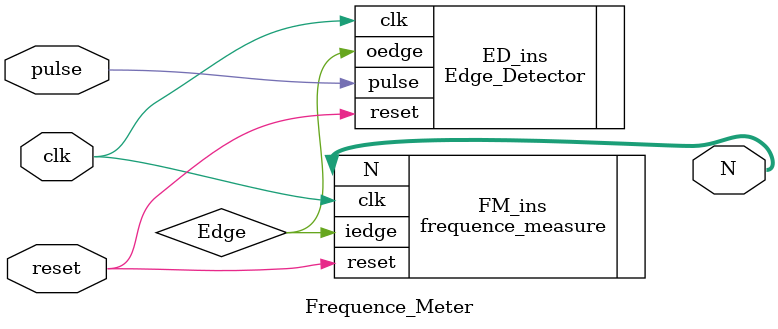
<source format=v>
`timescale 1ns / 1ps
module Frequence_Meter( clk , pulse , reset , N  );
	input clk ,reset  ,pulse ;
	output [7:0] N ;
	wire Edge ;
	Edge_Detector ED_ins (.clk(clk) , .pulse(pulse) , .reset(reset) ,.oedge(Edge) ) ;
	frequence_measure FM_ins(.clk(clk) , .reset(reset) , .iedge(Edge) , .N(N)) ;


endmodule

</source>
